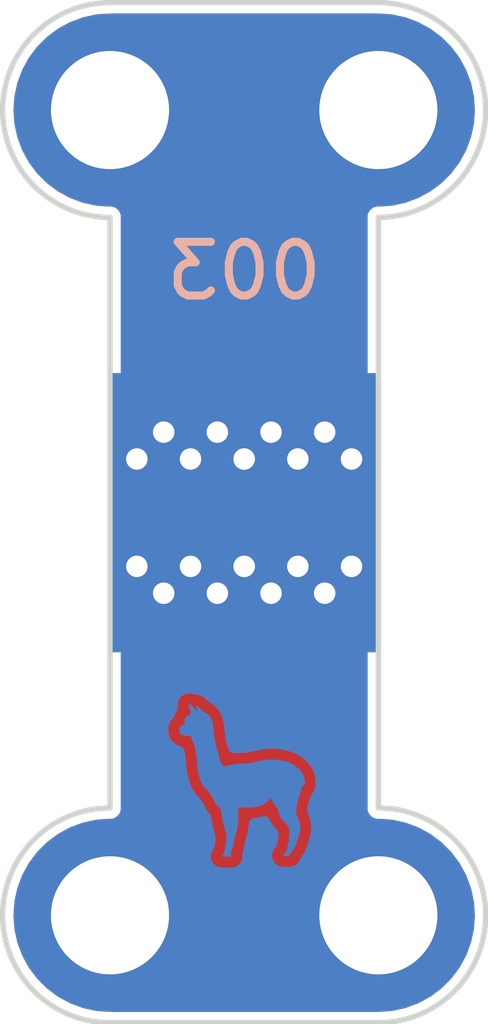
<source format=kicad_pcb>
(kicad_pcb (version 20211014) (generator pcbnew)
  (layers (0 "F.Cu" signal) (31 "B.Cu" signal) (36 "B.SilkS" user "B.Silkscreen") (38 "B.Mask" user) (39 "F.Mask" user) (44 "Edge.Cuts" user))
  (net 0 "")
  (net 1 "GND")
  (net 2 "Net-(J1-Pad1)")
  (footprint "modular-rf-bench-footprints:M2-hole" (layer "F.Cu") (at 145 90)
    (fp_text reference "H4" hide)
    (fp_text value "M2" hide)
    (pad "1" thru_hole circle (at 0 0) (size 3.4 3.4) (drill 2.2) (layers *.Cu *.Mask) (net 1 "GND"))
  )
  (footprint "modular-rf-bench-footprints:edge-connector" (layer "F.Cu") (at 145 82.5 180)
    (fp_text reference "J1")
    (fp_text value "CONN" hide)
    (pad "1" smd rect (at -1.5 0 180) (size 3 0.8) (layers "F.Cu") (net 2 "Net-(J1-Pad1)"))
    (pad "2" thru_hole circle (at -2.5 1 180) (size 0.8 0.8) (drill 0.4) (layers *.Cu) (net 1 "GND"))
    (pad "2" smd rect (at -1.5 0 180) (size 3 5.2) (layers "B.Cu") (net 1 "GND"))
    (pad "2" thru_hole circle (at -1 -1.5 180) (size 0.8 0.8) (drill 0.4) (layers *.Cu) (net 1 "GND"))
    (pad "2" thru_hole circle (at -2 -1.5 180) (size 0.8 0.8) (drill 0.4) (layers *.Cu) (net 1 "GND"))
    (pad "2" smd rect (at -1.5 1.6 180) (size 3 2) (layers "F.Cu") (net 1 "GND"))
    (pad "2" thru_hole circle (at -1 1.5 180) (size 0.8 0.8) (drill 0.4) (layers *.Cu) (net 1 "GND"))
    (pad "2" thru_hole circle (at -0.5 1 180) (size 0.8 0.8) (drill 0.4) (layers *.Cu) (net 1 "GND"))
    (pad "2" smd rect (at -1.5 -1.6 180) (size 3 2) (layers "F.Cu") (net 1 "GND"))
    (pad "2" thru_hole circle (at -1.5 1 180) (size 0.8 0.8) (drill 0.4) (layers *.Cu) (net 1 "GND"))
    (pad "2" thru_hole circle (at -2.5 -1 180) (size 0.8 0.8) (drill 0.4) (layers *.Cu) (net 1 "GND"))
    (pad "2" thru_hole circle (at -1.5 -1 180) (size 0.8 0.8) (drill 0.4) (layers *.Cu) (net 1 "GND"))
    (pad "2" thru_hole circle (at -2 1.5 180) (size 0.8 0.8) (drill 0.4) (layers *.Cu) (net 1 "GND"))
    (pad "2" thru_hole circle (at -0.5 -1 180) (size 0.8 0.8) (drill 0.4) (layers *.Cu) (net 1 "GND"))
  )
  (footprint "modular-rf-bench-footprints:M2-hole" (layer "F.Cu") (at 150 75)
    (fp_text reference "H3" hide)
    (fp_text value "M2" hide)
    (pad "1" thru_hole circle (at 0 0) (size 3.4 3.4) (drill 2.2) (layers *.Cu *.Mask) (net 1 "GND"))
  )
  (footprint "modular-rf-bench-footprints:edge-connector" (layer "F.Cu") (at 150 82.5)
    (fp_text reference "J2")
    (fp_text value "CONN" hide)
    (pad "1" smd rect (at -1.5 0) (size 3 0.8) (layers "F.Cu") (net 2 "Net-(J1-Pad1)"))
    (pad "2" smd rect (at -1.5 1.6) (size 3 2) (layers "F.Cu") (net 1 "GND"))
    (pad "2" thru_hole circle (at -2 1.5) (size 0.8 0.8) (drill 0.4) (layers *.Cu) (net 1 "GND"))
    (pad "2" thru_hole circle (at -0.5 1) (size 0.8 0.8) (drill 0.4) (layers *.Cu) (net 1 "GND"))
    (pad "2" thru_hole circle (at -1 -1.5) (size 0.8 0.8) (drill 0.4) (layers *.Cu) (net 1 "GND"))
    (pad "2" smd rect (at -1.5 -1.6) (size 3 2) (layers "F.Cu") (net 1 "GND"))
    (pad "2" thru_hole circle (at -1.5 -1) (size 0.8 0.8) (drill 0.4) (layers *.Cu) (net 1 "GND"))
    (pad "2" thru_hole circle (at -2.5 1) (size 0.8 0.8) (drill 0.4) (layers *.Cu) (net 1 "GND"))
    (pad "2" thru_hole circle (at -2 -1.5) (size 0.8 0.8) (drill 0.4) (layers *.Cu) (net 1 "GND"))
    (pad "2" thru_hole circle (at -2.5 -1) (size 0.8 0.8) (drill 0.4) (layers *.Cu) (net 1 "GND"))
    (pad "2" thru_hole circle (at -0.5 -1) (size 0.8 0.8) (drill 0.4) (layers *.Cu) (net 1 "GND"))
    (pad "2" smd rect (at -1.5 0) (size 3 5.2) (layers "B.Cu") (net 1 "GND"))
    (pad "2" thru_hole circle (at -1 1.5) (size 0.8 0.8) (drill 0.4) (layers *.Cu) (net 1 "GND"))
    (pad "2" thru_hole circle (at -1.5 1) (size 0.8 0.8) (drill 0.4) (layers *.Cu) (net 1 "GND"))
  )
  (footprint "modular-rf-bench-footprints:M2-hole" (layer "F.Cu") (at 145 75)
    (fp_text reference "H1" hide)
    (fp_text value "M2" hide)
    (pad "1" thru_hole circle (at 0 0) (size 3.4 3.4) (drill 2.2) (layers *.Cu *.Mask) (net 1 "GND"))
  )
  (footprint "modular-rf-bench-footprints:M2-hole" (layer "F.Cu") (at 150 90)
    (fp_text reference "H2" hide)
    (fp_text value "M2" hide)
    (pad "1" thru_hole circle (at 0 0) (size 3.4 3.4) (drill 2.2) (layers *.Cu *.Mask) (net 1 "GND"))
  )
  (footprint "LOGO" (layer "B.Cu") (at 147.5 87.5 180)
    (fp_text reference "G***" hide)
    (fp_text value "LOGO" hide)
    (fp_poly (pts (xy 1.024241 1.430933) (xy 1.032984 1.426298) (xy 1.036499 1.41661) (xy 1.034907 1.400263) (xy 1.028333 1.375651) (xy 1.017065 1.341646) (xy 1.007234 1.313626) (xy 0.998718 1.29012) (xy 0.992386 1.273478) (xy 0.98911 1.26605) (xy 0.989011 1.265929) (xy 0.992402 1.261591) (xy 1.004045 1.252959) (xy 1.021428 1.241896) (xy 1.021593 1.241797) (xy 1.059324 1.215589) (xy 1.088019 1.188125) (xy 1.107104 1.160456) (xy 1.116006 1.133632) (xy 1.114151 1.108706) (xy 1.104222 1.090444) (xy 1.092506 1.075975) (xy 1.126441 1.055533) (xy 1.150548 1.039896) (xy 1.175454 1.022036) (xy 1.188267 1.011968) (xy 1.203899 0.998363) (xy 1.211748 0.988353) (xy 1.213828 0.97793) (xy 1.212298 0.964047) (xy 1.209283 0.9402) (xy 1.207212 0.916024) (xy 1.207135 0.914643) (xy 1.203927 0.895837) (xy 1.195677 0.885245) (xy 1.19228 0.88327) (xy 1.178318 0.873369) (xy 1.166481 0.861378) (xy 1.160445 0.854908) (xy 1.153092 0.850447) (xy 1.141984 0.84748) (xy 1.124682 0.845492) (xy 1.098745 0.843968) (xy 1.080213 0.843154) (xy 1.044421 0.840993) (xy 1.017479 0.837965) (xy 1.000803 0.834254) (xy 0.996763 0.832205) (xy 0.989548 0.821107) (xy 0.984117 0.804087) (xy 0.98359 0.801207) (xy 0.979175 0.785558) (xy 0.970425 0.762721) (xy 0.958842 0.736445) (xy 0.951994 0.72226) (xy 0.941693 0.700954) (xy 0.933668 0.682074) (xy 0.927186 0.662958) (xy 0.921515 0.640941) (xy 0.91592 0.613359) (xy 0.909669 0.577549) (xy 0.905928 0.55487) (xy 0.899093 0.509674) (xy 0.892435 0.459727) (xy 0.88655 0.409913) (xy 0.882034 0.365114) (xy 0.880555 0.347181) (xy 0.872016 0.257469) (xy 0.860391 0.177925) (xy 0.845339 0.106624) (xy 0.826764 0.042377) (xy 0.809419 -0.004277) (xy 0.789715 -0.044964) (xy 0.76555 -0.083099) (xy 0.734819 -0.122102) (xy 0.705329 -0.154907) (xy 0.646344 -0.22515) (xy 0.596235 -0.300953) (xy 0.558773 -0.372681) (xy 0.541867 -0.406709) (xy 0.526644 -0.43219) (xy 0.510964 -0.452374) (xy 0.497049 -0.466524) (xy 0.480447 -0.481231) (xy 0.466912 -0.491787) (xy 0.459303 -0.495969) (xy 0.459199 -0.495972) (xy 0.452033 -0.49989) (xy 0.445115 -0.512218) (xy 0.438199 -0.53382) (xy 0.43104 -0.565559) (xy 0.423393 -0.608297) (xy 0.418587 -0.638791) (xy 0.409728 -0.694595) (xy 0.401188 -0.741915) (xy 0.39209 -0.78461) (xy 0.381553 -0.826535) (xy 0.3687 -0.87155) (xy 0.356459 -0.911416) (xy 0.344169 -0.953183) (xy 0.335935 -0.988995) (xy 0.331577 -1.022192) (xy 0.330916 -1.056113) (xy 0.333773 -1.094097) (xy 0.33997 -1.139482) (xy 0.343158 -1.159336) (xy 0.34909 -1.196237) (xy 0.354629 -1.232404) (xy 0.359276 -1.264446) (xy 0.362528 -1.288971) (xy 0.363307 -1.295728) (xy 0.367706 -1.322729) (xy 0.37579 -1.345027) (xy 0.389971 -1.369066) (xy 0.391722 -1.371674) (xy 0.415839 -1.407322) (xy 0.234602 -1.407322) (xy 0.238791 -1.387173) (xy 0.24398 -1.369319) (xy 0.250235 -1.355611) (xy 0.253151 -1.347485) (xy 0.251724 -1.336439) (xy 0.245252 -1.31956) (xy 0.237613 -1.303269) (xy 0.225612 -1.275858) (xy 0.215393 -1.245956) (xy 0.206295 -1.211045) (xy 0.197654 -1.168609) (xy 0.189495 -1.120476) (xy 0.183449 -1.089204) (xy 0.174528 -1.051485) (xy 0.164039 -1.012546) (xy 0.155412 -0.984083) (xy 0.143612 -0.946382) (xy 0.1345 -0.913818) (xy 0.127523 -0.883315) (xy 0.122129 -0.851795) (xy 0.117764 -0.81618) (xy 0.113877 -0.773393) (xy 0.11116 -0.737759) (xy 0.107996 -0.675871) (xy 0.107514 -0.616631) (xy 0.109659 -0.563012) (xy 0.114371 -0.517987) (xy 0.11558 -0.510487) (xy 0.118961 -0.490903) (xy 0.007836 -0.494336) (xy -0.064637 -0.495248) (xy -0.127691 -0.492994) (xy -0.183955 -0.487325) (xy -0.236062 -0.477989) (xy -0.278777 -0.467062) (xy -0.342651 -0.443745) (xy -0.396244 -0.41372) (xy -0.439819 -0.376801) (xy -0.47364 -0.3328) (xy -0.4773 -0.326608) (xy -0.494416 -0.296736) (xy -0.498776 -0.314108) (xy -0.510693 -0.348417) (xy -0.529136 -0.386271) (xy -0.551447 -0.422891) (xy -0.574965 -0.453494) (xy -0.578457 -0.457297) (xy -0.598857 -0.479512) (xy -0.612541 -0.49708) (xy -0.621638 -0.514042) (xy -0.628277 -0.534439) (xy -0.634588 -0.562311) (xy -0.635104 -0.564798) (xy -0.646596 -0.608376) (xy -0.662899 -0.648185) (xy -0.685498 -0.686779) (xy -0.715877 -0.726712) (xy -0.753202 -0.768121) (xy -0.779544 -0.796187) (xy -0.798478 -0.817773) (xy -0.811553 -0.834974) (xy -0.820319 -0.849882) (xy -0.826326 -0.864593) (xy -0.827642 -0.868695) (xy -0.835962 -0.906128) (xy -0.840837 -0.950183) (xy -0.84194 -0.99548) (xy -0.838942 -1.036641) (xy -0.838212 -1.041542) (xy -0.826824 -1.111224) (xy -0.816742 -1.169454) (xy -0.807769 -1.217088) (xy -0.799708 -1.254983) (xy -0.79236 -1.283995) (xy -0.785528 -1.304979) (xy -0.779014 -1.318793) (xy -0.772621 -1.326291) (xy -0.772415 -1.326436) (xy -0.754117 -1.341596) (xy -0.737603 -1.359376) (xy -0.726256 -1.375897) (xy -0.723607 -1.382359) (xy -0.722795 -1.388066) (xy -0.725379 -1.391719) (xy -0.73349 -1.393774) (xy -0.749257 -1.394689) (xy -0.774809 -1.394919) (xy -0.782205 -1.394923) (xy -0.844088 -1.394923) (xy -0.842662 -1.377874) (xy -0.84391 -1.366947) (xy -0.850527 -1.354503) (xy -0.864069 -1.338151) (xy -0.877979 -1.323627) (xy -0.903666 -1.294183) (xy -0.927043 -1.259656) (xy -0.948996 -1.218336) (xy -0.970411 -1.168512) (xy -0.992172 -1.108474) (xy -0.997295 -1.093113) (xy -1.018181 -1.026132) (xy -1.033347 -0.968086) (xy -1.042762 -0.916897) (xy -1.046397 -0.870482) (xy -1.044223 -0.826761) (xy -1.036208 -0.783655) (xy -1.022324 -0.739082) (xy -1.00254 -0.690961) (xy -0.991164 -0.666463) (xy -0.981974 -0.646491) (xy -0.976012 -0.630289) (xy -0.9726 -0.614151) (xy -0.971061 -0.594372) (xy -0.970717 -0.567246) (xy -0.970756 -0.554869) (xy -0.975499 -0.488191) (xy -0.989046 -0.413576) (xy -1.011256 -0.331676) (xy -1.032127 -0.269685) (xy -1.043003 -0.237176) (xy -1.053214 -0.202425) (xy -1.061168 -0.171016) (xy -1.06365 -0.159127) (xy -1.071266 -0.125011) (xy -1.079527 -0.099128) (xy -1.087894 -0.082308) (xy -1.095834 -0.07538) (xy -1.10281 -0.079173) (xy -1.107525 -0.091219) (xy -1.110388 -0.101195) (xy -1.113023 -0.102109) (xy -1.117171 -0.092932) (xy -1.120634 -0.083469) (xy -1.127172 -0.054501) (xy -1.129564 -0.018502) (xy -1.127928 0.019917) (xy -1.122379 0.056142) (xy -1.116607 0.076675) (xy -1.088252 0.138399) (xy -1.049271 0.19473) (xy -1.0004 0.245235) (xy -0.942378 0.28948) (xy -0.875942 0.327034) (xy -0.80183 0.357464) (xy -0.720777 0.380337) (xy -0.633523 0.395219) (xy -0.564169 0.400891) (xy -0.511504 0.402113) (xy -0.461063 0.400577) (xy -0.409901 0.395957) (xy -0.35507 0.387925) (xy -0.293622 0.376156) (xy -0.244953 0.365485) (xy -0.1873 0.352564) (xy -0.139441 0.342452) (xy -0.099167 0.334845) (xy -0.06427 0.32944) (xy -0.03254 0.325931) (xy -0.001771 0.324016) (xy 0.030248 0.32339) (xy 0.059172 0.323629) (xy 0.092835 0.324024) (xy 0.119398 0.323621) (xy 0.14238 0.321984) (xy 0.165303 0.318683) (xy 0.191687 0.313283) (xy 0.225054 0.305353) (xy 0.242142 0.301126) (xy 0.28535 0.290848) (xy 0.318742 0.284267) (xy 0.34434 0.281392) (xy 0.364166 0.282228) (xy 0.380242 0.286785) (xy 0.394589 0.295068) (xy 0.403067 0.30171) (xy 0.415699 0.313971) (xy 0.426405 0.328696) (xy 0.435955 0.347767) (xy 0.445119 0.373066) (xy 0.454667 0.406473) (xy 0.46537 0.449872) (xy 0.46757 0.459281) (xy 0.478104 0.502297) (xy 0.490799 0.550568) (xy 0.504142 0.598527) (xy 0.516623 0.640607) (xy 0.518029 0.645117) (xy 0.527344 0.675477) (xy 0.534738 0.701766) (xy 0.540691 0.726574) (xy 0.545684 0.752494) (xy 0.550194 0.782117) (xy 0.554702 0.818035) (xy 0.559688 0.862838) (xy 0.561555 0.880352) (xy 0.568213 0.941628) (xy 0.574136 0.992075) (xy 0.579611 1.033223) (xy 0.58492 1.066601) (xy 0.590347 1.093737) (xy 0.596176 1.11616) (xy 0.602691 1.1354) (xy 0.610177 1.152985) (xy 0.613443 1.159771) (xy 0.625885 1.183287) (xy 0.638553 1.202582) (xy 0.653589 1.219845) (xy 0.673135 1.237267) (xy 0.699335 1.257038) (xy 0.72846 1.277342) (xy 0.758266 1.298913) (xy 0.789259 1.323308) (xy 0.817087 1.347014) (xy 0.832066 1.361029) (xy 0.850896 1.378662) (xy 0.867122 1.391944) (xy 0.878413 1.399057) (xy 0.881664 1.399683) (xy 0.889806 1.390913) (xy 0.890774 1.372925) (xy 0.884578 1.346604) (xy 0.880786 1.335766) (xy 0.873898 1.316694) (xy 0.869239 1.30253) (xy 0.867952 1.297258) (xy 0.87175 1.298406) (xy 0.881918 1.306969) (xy 0.896618 1.321068) (xy 0.914013 1.338821) (xy 0.932266 1.358352) (xy 0.949538 1.377779) (xy 0.963993 1.395225) (xy 0.964968 1.396473) (xy 0.981284 1.416118) (xy 0.993695 1.427188) (xy 1.004752 1.431697) (xy 1.010147 1.432121)) (layer "B.Cu") (width 0) (fill solid))
  )
  (gr_line (start 145 73) (end 150 73) (layer "Edge.Cuts") (width 0.1))
  (gr_line (start 145 79.5) (end 145 85.5) (layer "Edge.Cuts") (width 0.1))
  (gr_line (start 145 92) (end 150 92) (layer "Edge.Cuts") (width 0.1))
  (gr_line (start 150 77) (end 150 88) (layer "Edge.Cuts") (width 0.1))
  (gr_line (start 145 85.5) (end 145 88) (layer "Edge.Cuts") (width 0.1))
  (gr_arc (start 150 88) (mid 152 90) (end 150 92) (layer "Edge.Cuts") (width 0.1))
  (gr_arc (start 145 77) (mid 143 75) (end 145 73) (layer "Edge.Cuts") (width 0.1))
  (gr_line (start 145 77) (end 145 79.5) (layer "Edge.Cuts") (width 0.1))
  (gr_arc (start 150 73) (mid 152 75) (end 150 77) (layer "Edge.Cuts") (width 0.1))
  (gr_arc (start 145 92) (mid 143 90) (end 145 88) (layer "Edge.Cuts") (width 0.1))
  (gr_text "003" (at 147.5 78) (layer "B.SilkS") (effects (font (size 1 1)) (justify mirror)))
  (zone (net 1) (net_name "GND") (layers F&B.Cu) (connect_pads yes (clearance 0.2)) (min_thickness 0.2) (fill yes (thermal_gap 0.508) (thermal_bridge_width 0.508))
    (polygon (pts (xy 152 92) (xy 143 92) (xy 143 73) (xy 152 73)))
  )
)
</source>
